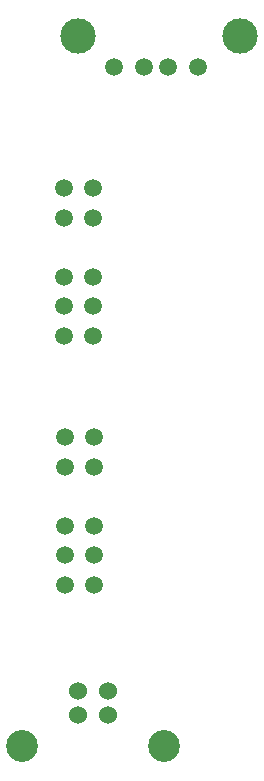
<source format=gbs>
%FSLAX34Y34*%
G04 Gerber Fmt 3.4, Leading zero omitted, Abs format*
G04 (created by PCBNEW (2013-11-28 BZR 4510)-product) date Sat 18 Jan 2014 11:30:59 AM EST*
%MOIN*%
G01*
G70*
G90*
G04 APERTURE LIST*
%ADD10C,0.005906*%
%ADD11C,0.060000*%
%ADD12C,0.106300*%
%ADD13C,0.059100*%
%ADD14C,0.118100*%
%ADD15C,0.059055*%
G04 APERTURE END LIST*
G54D10*
G54D11*
X57340Y-48040D03*
X56340Y-48040D03*
X56340Y-48827D03*
X57340Y-48827D03*
G54D12*
X59202Y-49890D03*
X54478Y-49890D03*
G54D13*
X57550Y-27250D03*
X58550Y-27250D03*
X59350Y-27250D03*
X60350Y-27250D03*
G54D14*
X56350Y-26200D03*
X61750Y-26200D03*
G54D15*
X56875Y-42530D03*
X55894Y-42530D03*
X56875Y-43514D03*
X55894Y-43514D03*
X56875Y-44498D03*
X55894Y-44498D03*
X56875Y-40561D03*
X55894Y-40561D03*
X56875Y-39577D03*
X55894Y-39577D03*
X56840Y-34240D03*
X55859Y-34240D03*
X56840Y-35224D03*
X55859Y-35224D03*
X56840Y-36208D03*
X55859Y-36208D03*
X56840Y-32271D03*
X55859Y-32271D03*
X56840Y-31287D03*
X55859Y-31287D03*
M02*

</source>
